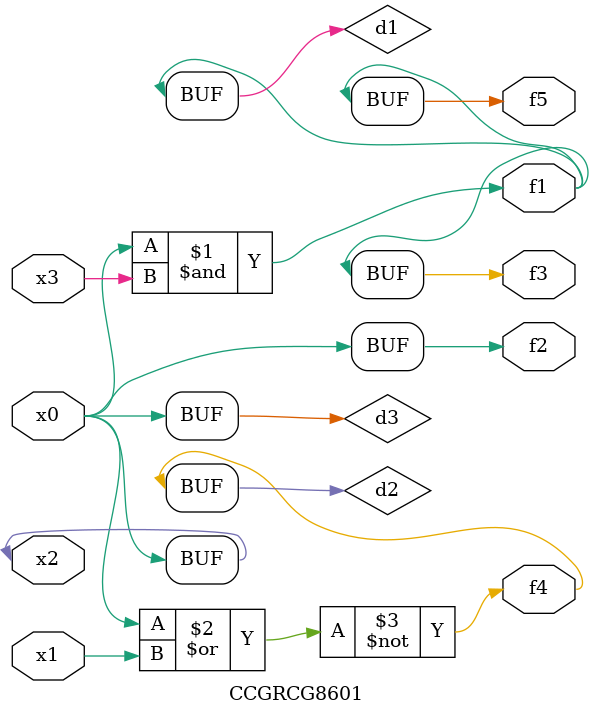
<source format=v>
module CCGRCG8601(
	input x0, x1, x2, x3,
	output f1, f2, f3, f4, f5
);

	wire d1, d2, d3;

	and (d1, x2, x3);
	nor (d2, x0, x1);
	buf (d3, x0, x2);
	assign f1 = d1;
	assign f2 = d3;
	assign f3 = d1;
	assign f4 = d2;
	assign f5 = d1;
endmodule

</source>
